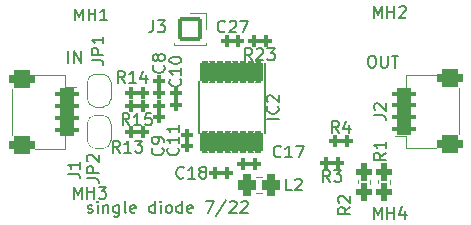
<source format=gbr>
%TF.GenerationSoftware,KiCad,Pcbnew,(6.0.4-0)*%
%TF.CreationDate,2022-07-19T08:11:49-06:00*%
%TF.ProjectId,two-wire-single,74776f2d-7769-4726-952d-73696e676c65,rev?*%
%TF.SameCoordinates,Original*%
%TF.FileFunction,Legend,Top*%
%TF.FilePolarity,Positive*%
%FSLAX46Y46*%
G04 Gerber Fmt 4.6, Leading zero omitted, Abs format (unit mm)*
G04 Created by KiCad (PCBNEW (6.0.4-0)) date 2022-07-19 08:11:49*
%MOMM*%
%LPD*%
G01*
G04 APERTURE LIST*
G04 Aperture macros list*
%AMRoundRect*
0 Rectangle with rounded corners*
0 $1 Rounding radius*
0 $2 $3 $4 $5 $6 $7 $8 $9 X,Y pos of 4 corners*
0 Add a 4 corners polygon primitive as box body*
4,1,4,$2,$3,$4,$5,$6,$7,$8,$9,$2,$3,0*
0 Add four circle primitives for the rounded corners*
1,1,$1+$1,$2,$3*
1,1,$1+$1,$4,$5*
1,1,$1+$1,$6,$7*
1,1,$1+$1,$8,$9*
0 Add four rect primitives between the rounded corners*
20,1,$1+$1,$2,$3,$4,$5,0*
20,1,$1+$1,$4,$5,$6,$7,0*
20,1,$1+$1,$6,$7,$8,$9,0*
20,1,$1+$1,$8,$9,$2,$3,0*%
%AMFreePoly0*
4,1,41,0.586777,0.930194,0.656366,0.874698,0.694986,0.794504,0.700000,0.750000,0.700000,-0.750000,0.680194,-0.836777,0.624698,-0.906366,0.544504,-0.944986,0.500000,-0.950000,0.000000,-0.950000,-0.023504,-0.944635,-0.083606,-0.943534,-0.139582,-0.934468,-0.274897,-0.892193,-0.326080,-0.867780,-0.444090,-0.789225,-0.486362,-0.751429,-0.577582,-0.642910,-0.607548,-0.594768,-0.664643,-0.465009,
-0.679893,-0.410393,-0.697476,-0.275933,-0.697084,-0.275882,-0.700000,-0.250000,-0.700000,0.250000,-0.697921,0.259109,-0.697582,0.286880,-0.675771,0.426957,-0.659192,0.481183,-0.598944,0.609508,-0.567811,0.656904,-0.473967,0.763162,-0.430783,0.799915,-0.310888,0.875563,-0.259125,0.898717,-0.122818,0.937674,-0.066635,0.945370,-0.042411,0.945222,0.000000,0.950000,0.500000,0.950000,
0.586777,0.930194,0.586777,0.930194,$1*%
%AMFreePoly1*
4,1,41,0.022678,0.944824,0.075125,0.944504,0.131210,0.936123,0.267031,0.895504,0.318507,0.871718,0.437469,0.794611,0.480202,0.757333,0.572740,0.649936,0.603290,0.602165,0.661967,0.473113,0.677883,0.418686,0.697980,0.278353,0.700000,0.250000,0.700000,-0.250000,0.699985,-0.252439,0.699836,-0.264655,0.697079,-0.295398,0.673559,-0.435199,0.656318,-0.489221,0.594506,-0.616800,
0.562797,-0.663810,0.467662,-0.768914,0.424032,-0.805137,0.303222,-0.879314,0.251181,-0.901834,0.114408,-0.939123,0.058135,-0.946132,0.037663,-0.945757,0.000000,-0.950000,-0.500000,-0.950000,-0.586777,-0.930194,-0.656366,-0.874698,-0.694986,-0.794504,-0.700000,-0.750000,-0.700000,0.750000,-0.680194,0.836777,-0.624698,0.906366,-0.544504,0.944986,-0.500000,0.950000,0.000000,0.950000,
0.022678,0.944824,0.022678,0.944824,$1*%
G04 Aperture macros list end*
%ADD10C,0.150000*%
%ADD11C,0.120000*%
%ADD12C,1.100000*%
%ADD13C,4.800000*%
%ADD14RoundRect,0.347500X-0.147500X-0.172500X0.147500X-0.172500X0.147500X0.172500X-0.147500X0.172500X0*%
%ADD15RoundRect,0.347500X0.147500X0.172500X-0.147500X0.172500X-0.147500X-0.172500X0.147500X-0.172500X0*%
%ADD16RoundRect,0.450000X0.325000X0.450000X-0.325000X0.450000X-0.325000X-0.450000X0.325000X-0.450000X0*%
%ADD17RoundRect,0.347500X-0.172500X0.147500X-0.172500X-0.147500X0.172500X-0.147500X0.172500X0.147500X0*%
%ADD18RoundRect,0.347500X0.172500X-0.147500X0.172500X0.147500X-0.172500X0.147500X-0.172500X-0.147500X0*%
%ADD19RoundRect,0.200000X-0.225000X0.750000X-0.225000X-0.750000X0.225000X-0.750000X0.225000X0.750000X0*%
%ADD20RoundRect,0.350000X-0.625000X0.150000X-0.625000X-0.150000X0.625000X-0.150000X0.625000X0.150000X0*%
%ADD21RoundRect,0.450000X-0.650000X0.350000X-0.650000X-0.350000X0.650000X-0.350000X0.650000X0.350000X0*%
%ADD22FreePoly0,270.000000*%
%ADD23FreePoly1,270.000000*%
%ADD24RoundRect,0.437500X0.237500X-0.287500X0.237500X0.287500X-0.237500X0.287500X-0.237500X-0.287500X0*%
%ADD25RoundRect,0.350000X0.625000X-0.150000X0.625000X0.150000X-0.625000X0.150000X-0.625000X-0.150000X0*%
%ADD26RoundRect,0.450000X0.650000X-0.350000X0.650000X0.350000X-0.650000X0.350000X-0.650000X-0.350000X0*%
%ADD27RoundRect,0.200000X-0.850000X-0.850000X0.850000X-0.850000X0.850000X0.850000X-0.850000X0.850000X0*%
G04 APERTURE END LIST*
D10*
X105326190Y-86402380D02*
X105326190Y-85402380D01*
X105802380Y-86402380D02*
X105802380Y-85402380D01*
X106373809Y-86402380D01*
X106373809Y-85402380D01*
X106964285Y-99054761D02*
X107059523Y-99102380D01*
X107250000Y-99102380D01*
X107345238Y-99054761D01*
X107392857Y-98959523D01*
X107392857Y-98911904D01*
X107345238Y-98816666D01*
X107250000Y-98769047D01*
X107107142Y-98769047D01*
X107011904Y-98721428D01*
X106964285Y-98626190D01*
X106964285Y-98578571D01*
X107011904Y-98483333D01*
X107107142Y-98435714D01*
X107250000Y-98435714D01*
X107345238Y-98483333D01*
X107821428Y-99102380D02*
X107821428Y-98435714D01*
X107821428Y-98102380D02*
X107773809Y-98150000D01*
X107821428Y-98197619D01*
X107869047Y-98150000D01*
X107821428Y-98102380D01*
X107821428Y-98197619D01*
X108297619Y-98435714D02*
X108297619Y-99102380D01*
X108297619Y-98530952D02*
X108345238Y-98483333D01*
X108440476Y-98435714D01*
X108583333Y-98435714D01*
X108678571Y-98483333D01*
X108726190Y-98578571D01*
X108726190Y-99102380D01*
X109630952Y-98435714D02*
X109630952Y-99245238D01*
X109583333Y-99340476D01*
X109535714Y-99388095D01*
X109440476Y-99435714D01*
X109297619Y-99435714D01*
X109202380Y-99388095D01*
X109630952Y-99054761D02*
X109535714Y-99102380D01*
X109345238Y-99102380D01*
X109250000Y-99054761D01*
X109202380Y-99007142D01*
X109154761Y-98911904D01*
X109154761Y-98626190D01*
X109202380Y-98530952D01*
X109250000Y-98483333D01*
X109345238Y-98435714D01*
X109535714Y-98435714D01*
X109630952Y-98483333D01*
X110250000Y-99102380D02*
X110154761Y-99054761D01*
X110107142Y-98959523D01*
X110107142Y-98102380D01*
X111011904Y-99054761D02*
X110916666Y-99102380D01*
X110726190Y-99102380D01*
X110630952Y-99054761D01*
X110583333Y-98959523D01*
X110583333Y-98578571D01*
X110630952Y-98483333D01*
X110726190Y-98435714D01*
X110916666Y-98435714D01*
X111011904Y-98483333D01*
X111059523Y-98578571D01*
X111059523Y-98673809D01*
X110583333Y-98769047D01*
X112678571Y-99102380D02*
X112678571Y-98102380D01*
X112678571Y-99054761D02*
X112583333Y-99102380D01*
X112392857Y-99102380D01*
X112297619Y-99054761D01*
X112250000Y-99007142D01*
X112202380Y-98911904D01*
X112202380Y-98626190D01*
X112250000Y-98530952D01*
X112297619Y-98483333D01*
X112392857Y-98435714D01*
X112583333Y-98435714D01*
X112678571Y-98483333D01*
X113154761Y-99102380D02*
X113154761Y-98435714D01*
X113154761Y-98102380D02*
X113107142Y-98150000D01*
X113154761Y-98197619D01*
X113202380Y-98150000D01*
X113154761Y-98102380D01*
X113154761Y-98197619D01*
X113773809Y-99102380D02*
X113678571Y-99054761D01*
X113630952Y-99007142D01*
X113583333Y-98911904D01*
X113583333Y-98626190D01*
X113630952Y-98530952D01*
X113678571Y-98483333D01*
X113773809Y-98435714D01*
X113916666Y-98435714D01*
X114011904Y-98483333D01*
X114059523Y-98530952D01*
X114107142Y-98626190D01*
X114107142Y-98911904D01*
X114059523Y-99007142D01*
X114011904Y-99054761D01*
X113916666Y-99102380D01*
X113773809Y-99102380D01*
X114964285Y-99102380D02*
X114964285Y-98102380D01*
X114964285Y-99054761D02*
X114869047Y-99102380D01*
X114678571Y-99102380D01*
X114583333Y-99054761D01*
X114535714Y-99007142D01*
X114488095Y-98911904D01*
X114488095Y-98626190D01*
X114535714Y-98530952D01*
X114583333Y-98483333D01*
X114678571Y-98435714D01*
X114869047Y-98435714D01*
X114964285Y-98483333D01*
X115821428Y-99054761D02*
X115726190Y-99102380D01*
X115535714Y-99102380D01*
X115440476Y-99054761D01*
X115392857Y-98959523D01*
X115392857Y-98578571D01*
X115440476Y-98483333D01*
X115535714Y-98435714D01*
X115726190Y-98435714D01*
X115821428Y-98483333D01*
X115869047Y-98578571D01*
X115869047Y-98673809D01*
X115392857Y-98769047D01*
X116964285Y-98102380D02*
X117630952Y-98102380D01*
X117202380Y-99102380D01*
X118726190Y-98054761D02*
X117869047Y-99340476D01*
X119011904Y-98197619D02*
X119059523Y-98150000D01*
X119154761Y-98102380D01*
X119392857Y-98102380D01*
X119488095Y-98150000D01*
X119535714Y-98197619D01*
X119583333Y-98292857D01*
X119583333Y-98388095D01*
X119535714Y-98530952D01*
X118964285Y-99102380D01*
X119583333Y-99102380D01*
X119964285Y-98197619D02*
X120011904Y-98150000D01*
X120107142Y-98102380D01*
X120345238Y-98102380D01*
X120440476Y-98150000D01*
X120488095Y-98197619D01*
X120535714Y-98292857D01*
X120535714Y-98388095D01*
X120488095Y-98530952D01*
X119916666Y-99102380D01*
X120535714Y-99102380D01*
X130950000Y-85802380D02*
X131140476Y-85802380D01*
X131235714Y-85850000D01*
X131330952Y-85945238D01*
X131378571Y-86135714D01*
X131378571Y-86469047D01*
X131330952Y-86659523D01*
X131235714Y-86754761D01*
X131140476Y-86802380D01*
X130950000Y-86802380D01*
X130854761Y-86754761D01*
X130759523Y-86659523D01*
X130711904Y-86469047D01*
X130711904Y-86135714D01*
X130759523Y-85945238D01*
X130854761Y-85850000D01*
X130950000Y-85802380D01*
X131807142Y-85802380D02*
X131807142Y-86611904D01*
X131854761Y-86707142D01*
X131902380Y-86754761D01*
X131997619Y-86802380D01*
X132188095Y-86802380D01*
X132283333Y-86754761D01*
X132330952Y-86707142D01*
X132378571Y-86611904D01*
X132378571Y-85802380D01*
X132711904Y-85802380D02*
X133283333Y-85802380D01*
X132997619Y-86802380D02*
X132997619Y-85802380D01*
%TO.C,MH1*%
X105916666Y-82802380D02*
X105916666Y-81802380D01*
X106250000Y-82516666D01*
X106583333Y-81802380D01*
X106583333Y-82802380D01*
X107059523Y-82802380D02*
X107059523Y-81802380D01*
X107059523Y-82278571D02*
X107630952Y-82278571D01*
X107630952Y-82802380D02*
X107630952Y-81802380D01*
X108630952Y-82802380D02*
X108059523Y-82802380D01*
X108345238Y-82802380D02*
X108345238Y-81802380D01*
X108250000Y-81945238D01*
X108154761Y-82040476D01*
X108059523Y-82088095D01*
%TO.C,MH2*%
X131216666Y-82602380D02*
X131216666Y-81602380D01*
X131550000Y-82316666D01*
X131883333Y-81602380D01*
X131883333Y-82602380D01*
X132359523Y-82602380D02*
X132359523Y-81602380D01*
X132359523Y-82078571D02*
X132930952Y-82078571D01*
X132930952Y-82602380D02*
X132930952Y-81602380D01*
X133359523Y-81697619D02*
X133407142Y-81650000D01*
X133502380Y-81602380D01*
X133740476Y-81602380D01*
X133835714Y-81650000D01*
X133883333Y-81697619D01*
X133930952Y-81792857D01*
X133930952Y-81888095D01*
X133883333Y-82030952D01*
X133311904Y-82602380D01*
X133930952Y-82602380D01*
%TO.C,MH3*%
X105816666Y-97902380D02*
X105816666Y-96902380D01*
X106150000Y-97616666D01*
X106483333Y-96902380D01*
X106483333Y-97902380D01*
X106959523Y-97902380D02*
X106959523Y-96902380D01*
X106959523Y-97378571D02*
X107530952Y-97378571D01*
X107530952Y-97902380D02*
X107530952Y-96902380D01*
X107911904Y-96902380D02*
X108530952Y-96902380D01*
X108197619Y-97283333D01*
X108340476Y-97283333D01*
X108435714Y-97330952D01*
X108483333Y-97378571D01*
X108530952Y-97473809D01*
X108530952Y-97711904D01*
X108483333Y-97807142D01*
X108435714Y-97854761D01*
X108340476Y-97902380D01*
X108054761Y-97902380D01*
X107959523Y-97854761D01*
X107911904Y-97807142D01*
%TO.C,MH4*%
X131216666Y-99602380D02*
X131216666Y-98602380D01*
X131550000Y-99316666D01*
X131883333Y-98602380D01*
X131883333Y-99602380D01*
X132359523Y-99602380D02*
X132359523Y-98602380D01*
X132359523Y-99078571D02*
X132930952Y-99078571D01*
X132930952Y-99602380D02*
X132930952Y-98602380D01*
X133835714Y-98935714D02*
X133835714Y-99602380D01*
X133597619Y-98554761D02*
X133359523Y-99269047D01*
X133978571Y-99269047D01*
%TO.C,R13*%
X109707142Y-94002380D02*
X109373809Y-93526190D01*
X109135714Y-94002380D02*
X109135714Y-93002380D01*
X109516666Y-93002380D01*
X109611904Y-93050000D01*
X109659523Y-93097619D01*
X109707142Y-93192857D01*
X109707142Y-93335714D01*
X109659523Y-93430952D01*
X109611904Y-93478571D01*
X109516666Y-93526190D01*
X109135714Y-93526190D01*
X110659523Y-94002380D02*
X110088095Y-94002380D01*
X110373809Y-94002380D02*
X110373809Y-93002380D01*
X110278571Y-93145238D01*
X110183333Y-93240476D01*
X110088095Y-93288095D01*
X110992857Y-93002380D02*
X111611904Y-93002380D01*
X111278571Y-93383333D01*
X111421428Y-93383333D01*
X111516666Y-93430952D01*
X111564285Y-93478571D01*
X111611904Y-93573809D01*
X111611904Y-93811904D01*
X111564285Y-93907142D01*
X111516666Y-93954761D01*
X111421428Y-94002380D01*
X111135714Y-94002380D01*
X111040476Y-93954761D01*
X110992857Y-93907142D01*
%TO.C,R14*%
X110107142Y-88102380D02*
X109773809Y-87626190D01*
X109535714Y-88102380D02*
X109535714Y-87102380D01*
X109916666Y-87102380D01*
X110011904Y-87150000D01*
X110059523Y-87197619D01*
X110107142Y-87292857D01*
X110107142Y-87435714D01*
X110059523Y-87530952D01*
X110011904Y-87578571D01*
X109916666Y-87626190D01*
X109535714Y-87626190D01*
X111059523Y-88102380D02*
X110488095Y-88102380D01*
X110773809Y-88102380D02*
X110773809Y-87102380D01*
X110678571Y-87245238D01*
X110583333Y-87340476D01*
X110488095Y-87388095D01*
X111916666Y-87435714D02*
X111916666Y-88102380D01*
X111678571Y-87054761D02*
X111440476Y-87769047D01*
X112059523Y-87769047D01*
%TO.C,R15*%
X110507142Y-91672380D02*
X110173809Y-91196190D01*
X109935714Y-91672380D02*
X109935714Y-90672380D01*
X110316666Y-90672380D01*
X110411904Y-90720000D01*
X110459523Y-90767619D01*
X110507142Y-90862857D01*
X110507142Y-91005714D01*
X110459523Y-91100952D01*
X110411904Y-91148571D01*
X110316666Y-91196190D01*
X109935714Y-91196190D01*
X111459523Y-91672380D02*
X110888095Y-91672380D01*
X111173809Y-91672380D02*
X111173809Y-90672380D01*
X111078571Y-90815238D01*
X110983333Y-90910476D01*
X110888095Y-90958095D01*
X112364285Y-90672380D02*
X111888095Y-90672380D01*
X111840476Y-91148571D01*
X111888095Y-91100952D01*
X111983333Y-91053333D01*
X112221428Y-91053333D01*
X112316666Y-91100952D01*
X112364285Y-91148571D01*
X112411904Y-91243809D01*
X112411904Y-91481904D01*
X112364285Y-91577142D01*
X112316666Y-91624761D01*
X112221428Y-91672380D01*
X111983333Y-91672380D01*
X111888095Y-91624761D01*
X111840476Y-91577142D01*
%TO.C,L2*%
X124258333Y-97202380D02*
X123782142Y-97202380D01*
X123782142Y-96202380D01*
X124544047Y-96297619D02*
X124591666Y-96250000D01*
X124686904Y-96202380D01*
X124925000Y-96202380D01*
X125020238Y-96250000D01*
X125067857Y-96297619D01*
X125115476Y-96392857D01*
X125115476Y-96488095D01*
X125067857Y-96630952D01*
X124496428Y-97202380D01*
X125115476Y-97202380D01*
%TO.C,C8*%
X113407142Y-86616666D02*
X113454761Y-86664285D01*
X113502380Y-86807142D01*
X113502380Y-86902380D01*
X113454761Y-87045238D01*
X113359523Y-87140476D01*
X113264285Y-87188095D01*
X113073809Y-87235714D01*
X112930952Y-87235714D01*
X112740476Y-87188095D01*
X112645238Y-87140476D01*
X112550000Y-87045238D01*
X112502380Y-86902380D01*
X112502380Y-86807142D01*
X112550000Y-86664285D01*
X112597619Y-86616666D01*
X112930952Y-86045238D02*
X112883333Y-86140476D01*
X112835714Y-86188095D01*
X112740476Y-86235714D01*
X112692857Y-86235714D01*
X112597619Y-86188095D01*
X112550000Y-86140476D01*
X112502380Y-86045238D01*
X112502380Y-85854761D01*
X112550000Y-85759523D01*
X112597619Y-85711904D01*
X112692857Y-85664285D01*
X112740476Y-85664285D01*
X112835714Y-85711904D01*
X112883333Y-85759523D01*
X112930952Y-85854761D01*
X112930952Y-86045238D01*
X112978571Y-86140476D01*
X113026190Y-86188095D01*
X113121428Y-86235714D01*
X113311904Y-86235714D01*
X113407142Y-86188095D01*
X113454761Y-86140476D01*
X113502380Y-86045238D01*
X113502380Y-85854761D01*
X113454761Y-85759523D01*
X113407142Y-85711904D01*
X113311904Y-85664285D01*
X113121428Y-85664285D01*
X113026190Y-85711904D01*
X112978571Y-85759523D01*
X112930952Y-85854761D01*
%TO.C,C9*%
X113307142Y-93616666D02*
X113354761Y-93664285D01*
X113402380Y-93807142D01*
X113402380Y-93902380D01*
X113354761Y-94045238D01*
X113259523Y-94140476D01*
X113164285Y-94188095D01*
X112973809Y-94235714D01*
X112830952Y-94235714D01*
X112640476Y-94188095D01*
X112545238Y-94140476D01*
X112450000Y-94045238D01*
X112402380Y-93902380D01*
X112402380Y-93807142D01*
X112450000Y-93664285D01*
X112497619Y-93616666D01*
X113402380Y-93140476D02*
X113402380Y-92950000D01*
X113354761Y-92854761D01*
X113307142Y-92807142D01*
X113164285Y-92711904D01*
X112973809Y-92664285D01*
X112592857Y-92664285D01*
X112497619Y-92711904D01*
X112450000Y-92759523D01*
X112402380Y-92854761D01*
X112402380Y-93045238D01*
X112450000Y-93140476D01*
X112497619Y-93188095D01*
X112592857Y-93235714D01*
X112830952Y-93235714D01*
X112926190Y-93188095D01*
X112973809Y-93140476D01*
X113021428Y-93045238D01*
X113021428Y-92854761D01*
X112973809Y-92759523D01*
X112926190Y-92711904D01*
X112830952Y-92664285D01*
%TO.C,C10*%
X114807142Y-87792857D02*
X114854761Y-87840476D01*
X114902380Y-87983333D01*
X114902380Y-88078571D01*
X114854761Y-88221428D01*
X114759523Y-88316666D01*
X114664285Y-88364285D01*
X114473809Y-88411904D01*
X114330952Y-88411904D01*
X114140476Y-88364285D01*
X114045238Y-88316666D01*
X113950000Y-88221428D01*
X113902380Y-88078571D01*
X113902380Y-87983333D01*
X113950000Y-87840476D01*
X113997619Y-87792857D01*
X114902380Y-86840476D02*
X114902380Y-87411904D01*
X114902380Y-87126190D02*
X113902380Y-87126190D01*
X114045238Y-87221428D01*
X114140476Y-87316666D01*
X114188095Y-87411904D01*
X113902380Y-86221428D02*
X113902380Y-86126190D01*
X113950000Y-86030952D01*
X113997619Y-85983333D01*
X114092857Y-85935714D01*
X114283333Y-85888095D01*
X114521428Y-85888095D01*
X114711904Y-85935714D01*
X114807142Y-85983333D01*
X114854761Y-86030952D01*
X114902380Y-86126190D01*
X114902380Y-86221428D01*
X114854761Y-86316666D01*
X114807142Y-86364285D01*
X114711904Y-86411904D01*
X114521428Y-86459523D01*
X114283333Y-86459523D01*
X114092857Y-86411904D01*
X113997619Y-86364285D01*
X113950000Y-86316666D01*
X113902380Y-86221428D01*
%TO.C,C11*%
X114607142Y-93592857D02*
X114654761Y-93640476D01*
X114702380Y-93783333D01*
X114702380Y-93878571D01*
X114654761Y-94021428D01*
X114559523Y-94116666D01*
X114464285Y-94164285D01*
X114273809Y-94211904D01*
X114130952Y-94211904D01*
X113940476Y-94164285D01*
X113845238Y-94116666D01*
X113750000Y-94021428D01*
X113702380Y-93878571D01*
X113702380Y-93783333D01*
X113750000Y-93640476D01*
X113797619Y-93592857D01*
X114702380Y-92640476D02*
X114702380Y-93211904D01*
X114702380Y-92926190D02*
X113702380Y-92926190D01*
X113845238Y-93021428D01*
X113940476Y-93116666D01*
X113988095Y-93211904D01*
X114702380Y-91688095D02*
X114702380Y-92259523D01*
X114702380Y-91973809D02*
X113702380Y-91973809D01*
X113845238Y-92069047D01*
X113940476Y-92164285D01*
X113988095Y-92259523D01*
%TO.C,C17*%
X123332142Y-94307142D02*
X123284523Y-94354761D01*
X123141666Y-94402380D01*
X123046428Y-94402380D01*
X122903571Y-94354761D01*
X122808333Y-94259523D01*
X122760714Y-94164285D01*
X122713095Y-93973809D01*
X122713095Y-93830952D01*
X122760714Y-93640476D01*
X122808333Y-93545238D01*
X122903571Y-93450000D01*
X123046428Y-93402380D01*
X123141666Y-93402380D01*
X123284523Y-93450000D01*
X123332142Y-93497619D01*
X124284523Y-94402380D02*
X123713095Y-94402380D01*
X123998809Y-94402380D02*
X123998809Y-93402380D01*
X123903571Y-93545238D01*
X123808333Y-93640476D01*
X123713095Y-93688095D01*
X124617857Y-93402380D02*
X125284523Y-93402380D01*
X124855952Y-94402380D01*
%TO.C,IC2*%
X123152380Y-91126190D02*
X122152380Y-91126190D01*
X123057142Y-90078571D02*
X123104761Y-90126190D01*
X123152380Y-90269047D01*
X123152380Y-90364285D01*
X123104761Y-90507142D01*
X123009523Y-90602380D01*
X122914285Y-90650000D01*
X122723809Y-90697619D01*
X122580952Y-90697619D01*
X122390476Y-90650000D01*
X122295238Y-90602380D01*
X122200000Y-90507142D01*
X122152380Y-90364285D01*
X122152380Y-90269047D01*
X122200000Y-90126190D01*
X122247619Y-90078571D01*
X122247619Y-89697619D02*
X122200000Y-89650000D01*
X122152380Y-89554761D01*
X122152380Y-89316666D01*
X122200000Y-89221428D01*
X122247619Y-89173809D01*
X122342857Y-89126190D01*
X122438095Y-89126190D01*
X122580952Y-89173809D01*
X123152380Y-89745238D01*
X123152380Y-89126190D01*
%TO.C,C27*%
X118607142Y-83737142D02*
X118559523Y-83784761D01*
X118416666Y-83832380D01*
X118321428Y-83832380D01*
X118178571Y-83784761D01*
X118083333Y-83689523D01*
X118035714Y-83594285D01*
X117988095Y-83403809D01*
X117988095Y-83260952D01*
X118035714Y-83070476D01*
X118083333Y-82975238D01*
X118178571Y-82880000D01*
X118321428Y-82832380D01*
X118416666Y-82832380D01*
X118559523Y-82880000D01*
X118607142Y-82927619D01*
X118988095Y-82927619D02*
X119035714Y-82880000D01*
X119130952Y-82832380D01*
X119369047Y-82832380D01*
X119464285Y-82880000D01*
X119511904Y-82927619D01*
X119559523Y-83022857D01*
X119559523Y-83118095D01*
X119511904Y-83260952D01*
X118940476Y-83832380D01*
X119559523Y-83832380D01*
X119892857Y-82832380D02*
X120559523Y-82832380D01*
X120130952Y-83832380D01*
%TO.C,R23*%
X120907142Y-86172380D02*
X120573809Y-85696190D01*
X120335714Y-86172380D02*
X120335714Y-85172380D01*
X120716666Y-85172380D01*
X120811904Y-85220000D01*
X120859523Y-85267619D01*
X120907142Y-85362857D01*
X120907142Y-85505714D01*
X120859523Y-85600952D01*
X120811904Y-85648571D01*
X120716666Y-85696190D01*
X120335714Y-85696190D01*
X121288095Y-85267619D02*
X121335714Y-85220000D01*
X121430952Y-85172380D01*
X121669047Y-85172380D01*
X121764285Y-85220000D01*
X121811904Y-85267619D01*
X121859523Y-85362857D01*
X121859523Y-85458095D01*
X121811904Y-85600952D01*
X121240476Y-86172380D01*
X121859523Y-86172380D01*
X122192857Y-85172380D02*
X122811904Y-85172380D01*
X122478571Y-85553333D01*
X122621428Y-85553333D01*
X122716666Y-85600952D01*
X122764285Y-85648571D01*
X122811904Y-85743809D01*
X122811904Y-85981904D01*
X122764285Y-86077142D01*
X122716666Y-86124761D01*
X122621428Y-86172380D01*
X122335714Y-86172380D01*
X122240476Y-86124761D01*
X122192857Y-86077142D01*
%TO.C,C18*%
X115107142Y-96107142D02*
X115059523Y-96154761D01*
X114916666Y-96202380D01*
X114821428Y-96202380D01*
X114678571Y-96154761D01*
X114583333Y-96059523D01*
X114535714Y-95964285D01*
X114488095Y-95773809D01*
X114488095Y-95630952D01*
X114535714Y-95440476D01*
X114583333Y-95345238D01*
X114678571Y-95250000D01*
X114821428Y-95202380D01*
X114916666Y-95202380D01*
X115059523Y-95250000D01*
X115107142Y-95297619D01*
X116059523Y-96202380D02*
X115488095Y-96202380D01*
X115773809Y-96202380D02*
X115773809Y-95202380D01*
X115678571Y-95345238D01*
X115583333Y-95440476D01*
X115488095Y-95488095D01*
X116630952Y-95630952D02*
X116535714Y-95583333D01*
X116488095Y-95535714D01*
X116440476Y-95440476D01*
X116440476Y-95392857D01*
X116488095Y-95297619D01*
X116535714Y-95250000D01*
X116630952Y-95202380D01*
X116821428Y-95202380D01*
X116916666Y-95250000D01*
X116964285Y-95297619D01*
X117011904Y-95392857D01*
X117011904Y-95440476D01*
X116964285Y-95535714D01*
X116916666Y-95583333D01*
X116821428Y-95630952D01*
X116630952Y-95630952D01*
X116535714Y-95678571D01*
X116488095Y-95726190D01*
X116440476Y-95821428D01*
X116440476Y-96011904D01*
X116488095Y-96107142D01*
X116535714Y-96154761D01*
X116630952Y-96202380D01*
X116821428Y-96202380D01*
X116916666Y-96154761D01*
X116964285Y-96107142D01*
X117011904Y-96011904D01*
X117011904Y-95821428D01*
X116964285Y-95726190D01*
X116916666Y-95678571D01*
X116821428Y-95630952D01*
%TO.C,J1*%
X105302380Y-95783333D02*
X106016666Y-95783333D01*
X106159523Y-95830952D01*
X106254761Y-95926190D01*
X106302380Y-96069047D01*
X106302380Y-96164285D01*
X106302380Y-94783333D02*
X106302380Y-95354761D01*
X106302380Y-95069047D02*
X105302380Y-95069047D01*
X105445238Y-95164285D01*
X105540476Y-95259523D01*
X105588095Y-95354761D01*
%TO.C,JP1*%
X107302380Y-86183333D02*
X108016666Y-86183333D01*
X108159523Y-86230952D01*
X108254761Y-86326190D01*
X108302380Y-86469047D01*
X108302380Y-86564285D01*
X108302380Y-85707142D02*
X107302380Y-85707142D01*
X107302380Y-85326190D01*
X107350000Y-85230952D01*
X107397619Y-85183333D01*
X107492857Y-85135714D01*
X107635714Y-85135714D01*
X107730952Y-85183333D01*
X107778571Y-85230952D01*
X107826190Y-85326190D01*
X107826190Y-85707142D01*
X108302380Y-84183333D02*
X108302380Y-84754761D01*
X108302380Y-84469047D02*
X107302380Y-84469047D01*
X107445238Y-84564285D01*
X107540476Y-84659523D01*
X107588095Y-84754761D01*
%TO.C,JP2*%
X106902380Y-96183333D02*
X107616666Y-96183333D01*
X107759523Y-96230952D01*
X107854761Y-96326190D01*
X107902380Y-96469047D01*
X107902380Y-96564285D01*
X107902380Y-95707142D02*
X106902380Y-95707142D01*
X106902380Y-95326190D01*
X106950000Y-95230952D01*
X106997619Y-95183333D01*
X107092857Y-95135714D01*
X107235714Y-95135714D01*
X107330952Y-95183333D01*
X107378571Y-95230952D01*
X107426190Y-95326190D01*
X107426190Y-95707142D01*
X106997619Y-94754761D02*
X106950000Y-94707142D01*
X106902380Y-94611904D01*
X106902380Y-94373809D01*
X106950000Y-94278571D01*
X106997619Y-94230952D01*
X107092857Y-94183333D01*
X107188095Y-94183333D01*
X107330952Y-94230952D01*
X107902380Y-94802380D01*
X107902380Y-94183333D01*
%TO.C,R1*%
X132202380Y-94016666D02*
X131726190Y-94350000D01*
X132202380Y-94588095D02*
X131202380Y-94588095D01*
X131202380Y-94207142D01*
X131250000Y-94111904D01*
X131297619Y-94064285D01*
X131392857Y-94016666D01*
X131535714Y-94016666D01*
X131630952Y-94064285D01*
X131678571Y-94111904D01*
X131726190Y-94207142D01*
X131726190Y-94588095D01*
X132202380Y-93064285D02*
X132202380Y-93635714D01*
X132202380Y-93350000D02*
X131202380Y-93350000D01*
X131345238Y-93445238D01*
X131440476Y-93540476D01*
X131488095Y-93635714D01*
%TO.C,R2*%
X129202380Y-98616666D02*
X128726190Y-98950000D01*
X129202380Y-99188095D02*
X128202380Y-99188095D01*
X128202380Y-98807142D01*
X128250000Y-98711904D01*
X128297619Y-98664285D01*
X128392857Y-98616666D01*
X128535714Y-98616666D01*
X128630952Y-98664285D01*
X128678571Y-98711904D01*
X128726190Y-98807142D01*
X128726190Y-99188095D01*
X128297619Y-98235714D02*
X128250000Y-98188095D01*
X128202380Y-98092857D01*
X128202380Y-97854761D01*
X128250000Y-97759523D01*
X128297619Y-97711904D01*
X128392857Y-97664285D01*
X128488095Y-97664285D01*
X128630952Y-97711904D01*
X129202380Y-98283333D01*
X129202380Y-97664285D01*
%TO.C,J2*%
X131222380Y-90833333D02*
X131936666Y-90833333D01*
X132079523Y-90880952D01*
X132174761Y-90976190D01*
X132222380Y-91119047D01*
X132222380Y-91214285D01*
X131317619Y-90404761D02*
X131270000Y-90357142D01*
X131222380Y-90261904D01*
X131222380Y-90023809D01*
X131270000Y-89928571D01*
X131317619Y-89880952D01*
X131412857Y-89833333D01*
X131508095Y-89833333D01*
X131650952Y-89880952D01*
X132222380Y-90452380D01*
X132222380Y-89833333D01*
%TO.C,J3*%
X112516666Y-82802380D02*
X112516666Y-83516666D01*
X112469047Y-83659523D01*
X112373809Y-83754761D01*
X112230952Y-83802380D01*
X112135714Y-83802380D01*
X112897619Y-82802380D02*
X113516666Y-82802380D01*
X113183333Y-83183333D01*
X113326190Y-83183333D01*
X113421428Y-83230952D01*
X113469047Y-83278571D01*
X113516666Y-83373809D01*
X113516666Y-83611904D01*
X113469047Y-83707142D01*
X113421428Y-83754761D01*
X113326190Y-83802380D01*
X113040476Y-83802380D01*
X112945238Y-83754761D01*
X112897619Y-83707142D01*
%TO.C,R3*%
X127498333Y-96472380D02*
X127165000Y-95996190D01*
X126926904Y-96472380D02*
X126926904Y-95472380D01*
X127307857Y-95472380D01*
X127403095Y-95520000D01*
X127450714Y-95567619D01*
X127498333Y-95662857D01*
X127498333Y-95805714D01*
X127450714Y-95900952D01*
X127403095Y-95948571D01*
X127307857Y-95996190D01*
X126926904Y-95996190D01*
X127831666Y-95472380D02*
X128450714Y-95472380D01*
X128117380Y-95853333D01*
X128260238Y-95853333D01*
X128355476Y-95900952D01*
X128403095Y-95948571D01*
X128450714Y-96043809D01*
X128450714Y-96281904D01*
X128403095Y-96377142D01*
X128355476Y-96424761D01*
X128260238Y-96472380D01*
X127974523Y-96472380D01*
X127879285Y-96424761D01*
X127831666Y-96377142D01*
%TO.C,R4*%
X128248333Y-92332380D02*
X127915000Y-91856190D01*
X127676904Y-92332380D02*
X127676904Y-91332380D01*
X128057857Y-91332380D01*
X128153095Y-91380000D01*
X128200714Y-91427619D01*
X128248333Y-91522857D01*
X128248333Y-91665714D01*
X128200714Y-91760952D01*
X128153095Y-91808571D01*
X128057857Y-91856190D01*
X127676904Y-91856190D01*
X129105476Y-91665714D02*
X129105476Y-92332380D01*
X128867380Y-91284761D02*
X128629285Y-91999047D01*
X129248333Y-91999047D01*
D11*
%TO.C,L2*%
X121711252Y-97460000D02*
X121188748Y-97460000D01*
X121711252Y-96040000D02*
X121188748Y-96040000D01*
D10*
%TO.C,IC2*%
X116425000Y-87950000D02*
X116425000Y-92350000D01*
X121950000Y-86375000D02*
X121950000Y-92350000D01*
D11*
%TO.C,J1*%
X102535000Y-87440000D02*
X105035000Y-87440000D01*
X100565000Y-88610000D02*
X100565000Y-92490000D01*
X102535000Y-93660000D02*
X105035000Y-93660000D01*
X105035000Y-87440000D02*
X105035000Y-88490000D01*
X105035000Y-93660000D02*
X105035000Y-92610000D01*
X105035000Y-88490000D02*
X106025000Y-88490000D01*
%TO.C,JP1*%
X108250000Y-90150000D02*
X107650000Y-90150000D01*
X106950000Y-89450000D02*
X106950000Y-88050000D01*
X108950000Y-88050000D02*
X108950000Y-89450000D01*
X107650000Y-87350000D02*
X108250000Y-87350000D01*
X106950000Y-89450000D02*
G75*
G03*
X107650000Y-90150000I700000J0D01*
G01*
X107650000Y-87350000D02*
G75*
G03*
X106950000Y-88050000I-1J-699999D01*
G01*
X108250000Y-90150000D02*
G75*
G03*
X108950000Y-89450000I0J700000D01*
G01*
X108950000Y-88050000D02*
G75*
G03*
X108250000Y-87350000I-699999J1D01*
G01*
%TO.C,JP2*%
X108250000Y-93650000D02*
X107650000Y-93650000D01*
X107650000Y-90850000D02*
X108250000Y-90850000D01*
X106950000Y-92950000D02*
X106950000Y-91550000D01*
X108950000Y-91550000D02*
X108950000Y-92950000D01*
X106950000Y-92950000D02*
G75*
G03*
X107650000Y-93650000I700000J0D01*
G01*
X107650000Y-90850000D02*
G75*
G03*
X106950000Y-91550000I-1J-699999D01*
G01*
X108950000Y-91550000D02*
G75*
G03*
X108250000Y-90850000I-699999J1D01*
G01*
X108250000Y-93650000D02*
G75*
G03*
X108950000Y-92950000I0J700000D01*
G01*
%TO.C,R1*%
X131540000Y-96671267D02*
X131540000Y-96328733D01*
X132560000Y-96671267D02*
X132560000Y-96328733D01*
%TO.C,R2*%
X129890000Y-96671267D02*
X129890000Y-96328733D01*
X130910000Y-96671267D02*
X130910000Y-96328733D01*
%TO.C,J2*%
X136465000Y-87390000D02*
X133965000Y-87390000D01*
X136465000Y-93610000D02*
X133965000Y-93610000D01*
X133965000Y-93610000D02*
X133965000Y-92560000D01*
X133965000Y-87390000D02*
X133965000Y-88440000D01*
X138435000Y-92440000D02*
X138435000Y-88560000D01*
X133965000Y-92560000D02*
X132975000Y-92560000D01*
%TO.C,J3*%
X115650000Y-82220000D02*
X116980000Y-82220000D01*
X114320000Y-84760000D02*
X114320000Y-84880000D01*
X116980000Y-82220000D02*
X116980000Y-83550000D01*
X116980000Y-84760000D02*
X116980000Y-84880000D01*
X114320000Y-84880000D02*
X116980000Y-84880000D01*
%TD*%
%LPC*%
D12*
%TO.C,MH1*%
X101350000Y-84000000D03*
X103000000Y-82350000D03*
X104166726Y-85166726D03*
X104166726Y-82833274D03*
D13*
X103000000Y-84000000D03*
D12*
X104650000Y-84000000D03*
X101833274Y-82833274D03*
X101833274Y-85166726D03*
X103000000Y-85650000D03*
%TD*%
D13*
%TO.C,MH2*%
X136000000Y-84000000D03*
D12*
X137166726Y-82833274D03*
X134350000Y-84000000D03*
X137650000Y-84000000D03*
X137166726Y-85166726D03*
X136000000Y-82350000D03*
X136000000Y-85650000D03*
X134833274Y-85166726D03*
X134833274Y-82833274D03*
%TD*%
%TO.C,MH3*%
X101833274Y-98166726D03*
D13*
X103000000Y-97000000D03*
D12*
X104166726Y-98166726D03*
X101833274Y-95833274D03*
X104166726Y-95833274D03*
X103000000Y-95350000D03*
X104650000Y-97000000D03*
X101350000Y-97000000D03*
X103000000Y-98650000D03*
%TD*%
D13*
%TO.C,MH4*%
X136000000Y-97000000D03*
D12*
X134833274Y-95833274D03*
X134350000Y-97000000D03*
X137650000Y-97000000D03*
X136000000Y-95350000D03*
X137166726Y-98166726D03*
X137166726Y-95833274D03*
X134833274Y-98166726D03*
X136000000Y-98650000D03*
%TD*%
D14*
%TO.C,R13*%
X110683000Y-92300000D03*
X111653000Y-92300000D03*
%TD*%
D15*
%TO.C,R14*%
X111650000Y-88950000D03*
X110680000Y-88950000D03*
%TD*%
%TO.C,R15*%
X111635000Y-90050000D03*
X110665000Y-90050000D03*
%TD*%
D16*
%TO.C,L2*%
X122475000Y-96750000D03*
X120425000Y-96750000D03*
%TD*%
D17*
%TO.C,C8*%
X113050000Y-87965000D03*
X113050000Y-88935000D03*
%TD*%
%TO.C,C9*%
X113050000Y-90050000D03*
X113050000Y-91020000D03*
%TD*%
%TO.C,C10*%
X114450000Y-88990000D03*
X114450000Y-89960000D03*
%TD*%
D18*
%TO.C,C11*%
X115350000Y-93460000D03*
X115350000Y-92490000D03*
%TD*%
D14*
%TO.C,C17*%
X120165000Y-94950000D03*
X121135000Y-94950000D03*
%TD*%
D19*
%TO.C,IC2*%
X121425000Y-87200000D03*
X120775000Y-87200000D03*
X120125000Y-87200000D03*
X119475000Y-87200000D03*
X118825000Y-87200000D03*
X118175000Y-87200000D03*
X117525000Y-87200000D03*
X116875000Y-87200000D03*
X116875000Y-93100000D03*
X117525000Y-93100000D03*
X118175000Y-93100000D03*
X118825000Y-93100000D03*
X119475000Y-93100000D03*
X120125000Y-93100000D03*
X120775000Y-93100000D03*
X121425000Y-93100000D03*
%TD*%
D14*
%TO.C,C27*%
X118765000Y-84550000D03*
X119735000Y-84550000D03*
%TD*%
D15*
%TO.C,R23*%
X122035000Y-84550000D03*
X121065000Y-84550000D03*
%TD*%
D14*
%TO.C,C18*%
X117780000Y-95750000D03*
X118750000Y-95750000D03*
%TD*%
D20*
%TO.C,J1*%
X105250000Y-89050000D03*
X105250000Y-90050000D03*
X105250000Y-91050000D03*
X105250000Y-92050000D03*
D21*
X101375000Y-93350000D03*
X101375000Y-87750000D03*
%TD*%
D22*
%TO.C,JP1*%
X107950000Y-88100000D03*
D23*
X107950000Y-89400000D03*
%TD*%
D22*
%TO.C,JP2*%
X107950000Y-91600000D03*
D23*
X107950000Y-92900000D03*
%TD*%
D24*
%TO.C,R1*%
X132050000Y-97375000D03*
X132050000Y-95625000D03*
%TD*%
%TO.C,R2*%
X130400000Y-97375000D03*
X130400000Y-95625000D03*
%TD*%
D25*
%TO.C,J2*%
X133750000Y-92000000D03*
X133750000Y-91000000D03*
X133750000Y-90000000D03*
X133750000Y-89000000D03*
D26*
X137625000Y-87700000D03*
X137625000Y-93300000D03*
%TD*%
D27*
%TO.C,J3*%
X115650000Y-83550000D03*
%TD*%
D15*
%TO.C,R3*%
X128150000Y-94850000D03*
X127180000Y-94850000D03*
%TD*%
D14*
%TO.C,R4*%
X127930000Y-93050000D03*
X128900000Y-93050000D03*
%TD*%
M02*

</source>
